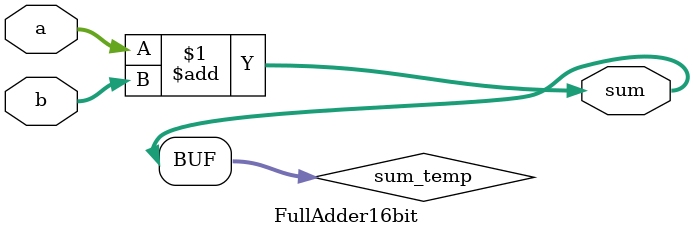
<source format=sv>
module logic_ben(
    input logic [2:0] IR11to9, 
    input logic [2:0] nzp_num,
    output logic logic_out
    //output logic PC_mux
);
    logic [2:0] res;
    assign res = IR11to9 & nzp_num;
    
    always_comb
    begin
        if (res == 3'b000)//(IR11to9[2] & nzp_num[2] == 0) && (IR11to9[1] & nzp_num[1] == 0) && (IR11to9[0] & nzp_num[0] == 0))
            logic_out = 1'b0;         
        else 
			logic_out = 1'b1;
    end
endmodule


module logic_nzp(
    input logic [15:0] bus,
    output logic [2:0] nzp_in
);
    always_comb
    begin
        if (bus == {16'h0000})
            nzp_in = 3'b010;
        else if (bus[15] == 1)
            nzp_in = 3'b100;
        else
            nzp_in = 3'b001;
    end
endmodule


module FullAdder16bit (
    input signed [15:0] a, b, // 16-bit signed inputs
    output signed [15:0] sum // 16-bit signed output
    // output cout // Carry-out
);
    wire [15:0] sum_temp;
    wire [15:0] carry_temp;
    assign sum_temp = a + b;
    assign sum = sum_temp;
    assign cout = (sum_temp[15] != sum_temp[14]); // Carry-out generated if MSB changes
endmodule

//RegFile moved to register.sv
</source>
